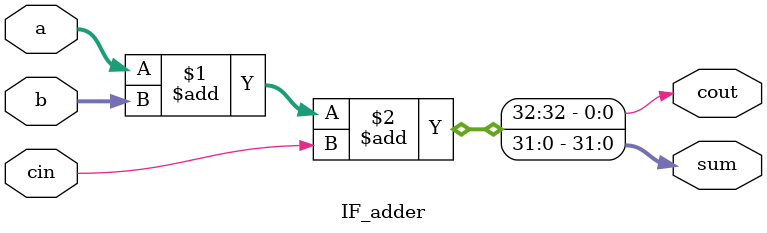
<source format=sv>
module IF_adder #(parameter N=32)(
input logic[31:0] a,b,
output logic [N-1:0] sum,
input logic cin,
output logic cout
);

assign {cout,sum}= a+b+cin;

endmodule

</source>
